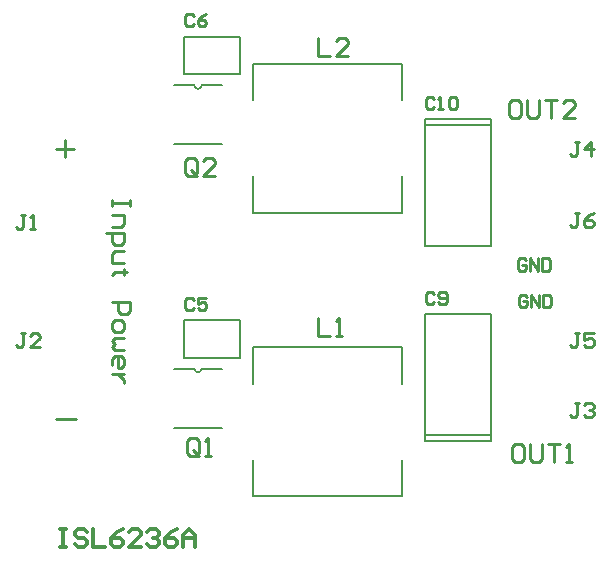
<source format=gto>
G04*
G04 #@! TF.GenerationSoftware,Altium Limited,Altium Designer,21.1.1 (26)*
G04*
G04 Layer_Color=65535*
%FSLAX44Y44*%
%MOMM*%
G71*
G04*
G04 #@! TF.SameCoordinates,2B608519-D33F-45DA-9D82-168DE6A03E0F*
G04*
G04*
G04 #@! TF.FilePolarity,Positive*
G04*
G01*
G75*
%ADD10C,0.2000*%
%ADD11C,0.2540*%
%ADD12C,0.3540*%
D10*
X156825Y175000D02*
G03*
X163175Y175000I3175J0D01*
G01*
X156825Y415000D02*
G03*
X163175Y415000I3175J0D01*
G01*
X207000Y307000D02*
X333000D01*
X207000Y433000D02*
X333000D01*
X207000Y307000D02*
Y338000D01*
X333000Y307000D02*
Y338000D01*
Y402000D02*
Y433000D01*
X207000Y402000D02*
Y433000D01*
Y193000D02*
X333000D01*
X207000Y67000D02*
X333000D01*
Y162000D02*
Y193000D01*
X207000Y162000D02*
Y193000D01*
Y67000D02*
Y98000D01*
X333000Y67000D02*
Y98000D01*
X140000Y175000D02*
X156825D01*
X163175D02*
X180000D01*
X140000Y125000D02*
X180000D01*
X140000Y415000D02*
X156825D01*
X163175D02*
X180000D01*
X140000Y365000D02*
X180000D01*
X148000Y184000D02*
Y216000D01*
X196000D01*
Y184000D02*
Y216000D01*
X148000Y184000D02*
X196000D01*
Y424000D02*
Y456000D01*
X148000Y424000D02*
X196000D01*
X148000D02*
Y456000D01*
X196000D01*
X352000Y119000D02*
Y221000D01*
X408000D01*
X352000Y114000D02*
X408000D01*
Y119000D02*
Y221000D01*
X352000Y119000D02*
X408000D01*
X352000Y114000D02*
Y119000D01*
X408000Y114000D02*
Y119000D01*
Y279000D02*
Y381000D01*
X352000Y279000D02*
X408000D01*
X352000Y386000D02*
X408000D01*
X352000Y279000D02*
Y381000D01*
X408000D01*
Y386000D01*
X352000Y381000D02*
Y386000D01*
D11*
X102853Y317460D02*
Y312382D01*
Y314921D01*
X87618D01*
Y317460D01*
Y312382D01*
Y304764D02*
X97775D01*
Y297147D01*
X95236Y294607D01*
X87618D01*
X82540Y289529D02*
X97775D01*
Y281912D01*
X95236Y279372D01*
X90157D01*
X87618Y281912D01*
Y289529D01*
X97775Y274294D02*
X90157D01*
X87618Y271755D01*
Y264137D01*
X97775D01*
X100314Y256520D02*
X97775D01*
Y259059D01*
Y253981D01*
Y256520D01*
X90157D01*
X87618Y253981D01*
Y231128D02*
X102853D01*
Y223510D01*
X100314Y220971D01*
X95236D01*
X92697Y223510D01*
Y231128D01*
X87618Y213354D02*
Y208275D01*
X90157Y205736D01*
X95236D01*
X97775Y208275D01*
Y213354D01*
X95236Y215893D01*
X90157D01*
X87618Y213354D01*
X97775Y200658D02*
X90157D01*
X87618Y198119D01*
X90157Y195579D01*
X87618Y193040D01*
X90157Y190501D01*
X97775D01*
X87618Y177805D02*
Y182883D01*
X90157Y185423D01*
X95236D01*
X97775Y182883D01*
Y177805D01*
X95236Y175266D01*
X92697D01*
Y185423D01*
X97775Y170188D02*
X87618D01*
X92697D01*
X95236Y167649D01*
X97775Y165109D01*
Y162570D01*
X433618Y111235D02*
X428539D01*
X426000Y108696D01*
Y98539D01*
X428539Y96000D01*
X433618D01*
X436157Y98539D01*
Y108696D01*
X433618Y111235D01*
X441235D02*
Y98539D01*
X443774Y96000D01*
X448853D01*
X451392Y98539D01*
Y111235D01*
X456470D02*
X466627D01*
X461549D01*
Y96000D01*
X471705D02*
X476784D01*
X474244D01*
Y111235D01*
X471705Y108696D01*
X430617Y402235D02*
X425539D01*
X423000Y399696D01*
Y389539D01*
X425539Y387000D01*
X430617D01*
X433157Y389539D01*
Y399696D01*
X430617Y402235D01*
X438235D02*
Y389539D01*
X440774Y387000D01*
X445853D01*
X448392Y389539D01*
Y402235D01*
X453470D02*
X463627D01*
X458549D01*
Y387000D01*
X478862D02*
X468705D01*
X478862Y397157D01*
Y399696D01*
X476323Y402235D01*
X471244D01*
X468705Y399696D01*
X438824Y235531D02*
X437118Y237237D01*
X433706D01*
X432000Y235531D01*
Y228706D01*
X433706Y227000D01*
X437118D01*
X438824Y228706D01*
Y232118D01*
X435412D01*
X442237Y227000D02*
Y237237D01*
X449061Y227000D01*
Y237237D01*
X452473D02*
Y227000D01*
X457592D01*
X459298Y228706D01*
Y235531D01*
X457592Y237237D01*
X452473D01*
X437824Y266531D02*
X436118Y268237D01*
X432706D01*
X431000Y266531D01*
Y259706D01*
X432706Y258000D01*
X436118D01*
X437824Y259706D01*
Y263118D01*
X434412D01*
X441237Y258000D02*
Y268237D01*
X448061Y258000D01*
Y268237D01*
X451473D02*
Y258000D01*
X456592D01*
X458298Y259706D01*
Y266531D01*
X456592Y268237D01*
X451473D01*
X40000Y132496D02*
X56661D01*
X40000Y361196D02*
X54928D01*
X47464Y368661D02*
Y353732D01*
X159157Y340539D02*
Y350696D01*
X156617Y353235D01*
X151539D01*
X149000Y350696D01*
Y340539D01*
X151539Y338000D01*
X156617D01*
X154078Y343078D02*
X159157Y338000D01*
X156617D02*
X159157Y340539D01*
X174392Y338000D02*
X164235D01*
X174392Y348157D01*
Y350696D01*
X171853Y353235D01*
X166774D01*
X164235Y350696D01*
X161157Y103539D02*
Y113696D01*
X158617Y116235D01*
X153539D01*
X151000Y113696D01*
Y103539D01*
X153539Y101000D01*
X158617D01*
X156078Y106078D02*
X161157Y101000D01*
X158617D02*
X161157Y103539D01*
X166235Y101000D02*
X171313D01*
X168774D01*
Y116235D01*
X166235Y113696D01*
X262000Y455235D02*
Y440000D01*
X272157D01*
X287392D02*
X277235D01*
X287392Y450157D01*
Y452696D01*
X284853Y455235D01*
X279774D01*
X277235Y452696D01*
X262000Y218235D02*
Y203000D01*
X272157D01*
X277235D02*
X282313D01*
X279774D01*
Y218235D01*
X277235Y215696D01*
X482997Y306996D02*
X478999D01*
X480998D01*
Y296999D01*
X478999Y295000D01*
X476999D01*
X475000Y296999D01*
X494994Y306996D02*
X490995Y304997D01*
X486996Y300998D01*
Y296999D01*
X488996Y295000D01*
X492994D01*
X494994Y296999D01*
Y298999D01*
X492994Y300998D01*
X486996D01*
X482997Y204996D02*
X478999D01*
X480998D01*
Y194999D01*
X478999Y193000D01*
X476999D01*
X475000Y194999D01*
X494994Y204996D02*
X486996D01*
Y198998D01*
X490995Y200997D01*
X492994D01*
X494994Y198998D01*
Y194999D01*
X492994Y193000D01*
X488996D01*
X486996Y194999D01*
X482997Y366996D02*
X478999D01*
X480998D01*
Y356999D01*
X478999Y355000D01*
X476999D01*
X475000Y356999D01*
X492994Y355000D02*
Y366996D01*
X486996Y360998D01*
X494994D01*
X482997Y145996D02*
X478999D01*
X480998D01*
Y135999D01*
X478999Y134000D01*
X476999D01*
X475000Y135999D01*
X486996Y143997D02*
X488996Y145996D01*
X492994D01*
X494994Y143997D01*
Y141997D01*
X492994Y139998D01*
X490995D01*
X492994D01*
X494994Y137999D01*
Y135999D01*
X492994Y134000D01*
X488996D01*
X486996Y135999D01*
X13997Y204996D02*
X9999D01*
X11998D01*
Y194999D01*
X9999Y193000D01*
X7999D01*
X6000Y194999D01*
X25993Y193000D02*
X17996D01*
X25993Y200997D01*
Y202997D01*
X23994Y204996D01*
X19995D01*
X17996Y202997D01*
X13997Y304996D02*
X9999D01*
X11998D01*
Y294999D01*
X9999Y293000D01*
X7999D01*
X6000Y294999D01*
X17996Y293000D02*
X21995D01*
X19995D01*
Y304996D01*
X17996Y302997D01*
X360262Y403117D02*
X358556Y404823D01*
X355144D01*
X353438Y403117D01*
Y396292D01*
X355144Y394586D01*
X358556D01*
X360262Y396292D01*
X363675Y394586D02*
X367087D01*
X365381D01*
Y404823D01*
X363675Y403117D01*
X372205D02*
X373911Y404823D01*
X377324D01*
X379030Y403117D01*
Y396292D01*
X377324Y394586D01*
X373911D01*
X372205Y396292D01*
Y403117D01*
X360262Y238271D02*
X358556Y239977D01*
X355144D01*
X353438Y238271D01*
Y231446D01*
X355144Y229740D01*
X358556D01*
X360262Y231446D01*
X363675D02*
X365381Y229740D01*
X368793D01*
X370499Y231446D01*
Y238271D01*
X368793Y239977D01*
X365381D01*
X363675Y238271D01*
Y236565D01*
X365381Y234858D01*
X370499D01*
X156300Y473221D02*
X154594Y474927D01*
X151182D01*
X149476Y473221D01*
Y466396D01*
X151182Y464690D01*
X154594D01*
X156300Y466396D01*
X166537Y474927D02*
X163125Y473221D01*
X159713Y469808D01*
Y466396D01*
X161419Y464690D01*
X164831D01*
X166537Y466396D01*
Y468102D01*
X164831Y469808D01*
X159713D01*
X156300Y233191D02*
X154594Y234897D01*
X151182D01*
X149476Y233191D01*
Y226366D01*
X151182Y224660D01*
X154594D01*
X156300Y226366D01*
X166537Y234897D02*
X159713D01*
Y229778D01*
X163125Y231485D01*
X164831D01*
X166537Y229778D01*
Y226366D01*
X164831Y224660D01*
X161419D01*
X159713Y226366D01*
D12*
X43540Y38775D02*
X48618D01*
X46079D01*
Y23540D01*
X43540D01*
X48618D01*
X66393Y36236D02*
X63853Y38775D01*
X58775D01*
X56236Y36236D01*
Y33697D01*
X58775Y31158D01*
X63853D01*
X66393Y28618D01*
Y26079D01*
X63853Y23540D01*
X58775D01*
X56236Y26079D01*
X71471Y38775D02*
Y23540D01*
X81628D01*
X96863Y38775D02*
X91784Y36236D01*
X86706Y31158D01*
Y26079D01*
X89245Y23540D01*
X94324D01*
X96863Y26079D01*
Y28618D01*
X94324Y31158D01*
X86706D01*
X112098Y23540D02*
X101941D01*
X112098Y33697D01*
Y36236D01*
X109559Y38775D01*
X104480D01*
X101941Y36236D01*
X117176D02*
X119715Y38775D01*
X124794D01*
X127333Y36236D01*
Y33697D01*
X124794Y31158D01*
X122254D01*
X124794D01*
X127333Y28618D01*
Y26079D01*
X124794Y23540D01*
X119715D01*
X117176Y26079D01*
X142568Y38775D02*
X137490Y36236D01*
X132411Y31158D01*
Y26079D01*
X134950Y23540D01*
X140029D01*
X142568Y26079D01*
Y28618D01*
X140029Y31158D01*
X132411D01*
X147646Y23540D02*
Y33697D01*
X152725Y38775D01*
X157803Y33697D01*
Y23540D01*
Y31158D01*
X147646D01*
M02*

</source>
